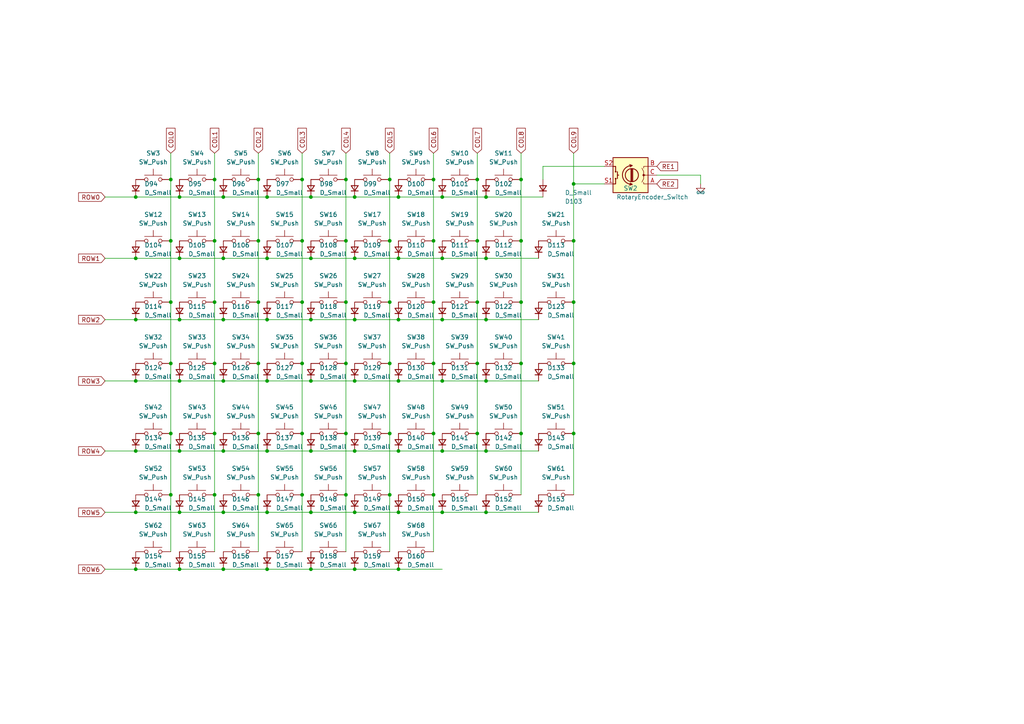
<source format=kicad_sch>
(kicad_sch (version 20211123) (generator eeschema)
  (paper "A4")
  (lib_symbols
    (symbol "Device:D_Small" (pin_numbers hide) (pin_names (offset 0.254) hide)
      (property "Reference" "D" (at -1.27 2.032 0))
      (property "Value" "D_Small" (at -3.81 -2.032 0))
      (symbol "D_Small_0_1"
        (polyline (pts (xy -0.762 -1.016) (xy -0.762 1.016)) (stroke (width 0.254)))
        (polyline (pts (xy -0.762 0) (xy 0.762 0)))
        (polyline (pts (xy 0.762 -1.016) (xy -0.762 0) (xy 0.762 1.016) (xy 0.762 -1.016)) (stroke (width 0.254)))
      )
      (symbol "D_Small_1_1"
        (pin passive line (at -2.54 0 0) (length 1.778) (name "K") (number "1"))
        (pin passive line (at 2.54 0 180) (length 1.778) (name "A") (number "2"))
      )
    )
    (symbol "Device:RotaryEncoder_Switch" (pin_names (offset 0.254) hide)
      (property "Reference" "SW" (at 0 6.604 0))
      (property "Value" "RotaryEncoder_Switch" (at 0 -6.604 0))
      (symbol "RotaryEncoder_Switch_0_1"
        (rectangle (start -5.08 5.08) (end 5.08 -5.08) (stroke (width 0.254)) (fill (type background)))
        (circle (center -3.81 0) (radius 0.254) (fill (type outline)))
        (arc (start -0.381 -2.794) (mid 2.3622 -0.0508) (end -0.381 2.667) (stroke (width 0.254)))
        (circle (center -0.381 0) (radius 1.905) (stroke (width 0.254)))
        (polyline (pts (xy -0.635 -1.778) (xy -0.635 1.778)) (stroke (width 0.254)))
        (polyline (pts (xy -0.381 -1.778) (xy -0.381 1.778)) (stroke (width 0.254)))
        (polyline (pts (xy -0.127 1.778) (xy -0.127 -1.778)) (stroke (width 0.254)))
        (polyline (pts (xy 3.81 0) (xy 3.429 0)) (stroke (width 0.254)))
        (polyline (pts (xy 3.81 1.016) (xy 3.81 -1.016)) (stroke (width 0.254)))
        (polyline (pts (xy -5.08 -2.54) (xy -3.81 -2.54) (xy -3.81 -2.032)))
        (polyline (pts (xy -5.08 2.54) (xy -3.81 2.54) (xy -3.81 2.032)))
        (polyline (pts (xy 0.254 -3.048) (xy -0.508 -2.794) (xy 0.127 -2.413)) (stroke (width 0.254)))
        (polyline (pts (xy 0.254 2.921) (xy -0.508 2.667) (xy 0.127 2.286)) (stroke (width 0.254)))
        (polyline (pts (xy 5.08 -2.54) (xy 4.318 -2.54) (xy 4.318 -1.016)) (stroke (width 0.254)))
        (polyline (pts (xy 5.08 2.54) (xy 4.318 2.54) (xy 4.318 1.016)) (stroke (width 0.254)))
        (polyline (pts (xy -5.08 0) (xy -3.81 0) (xy -3.81 -1.016) (xy -3.302 -2.032)))
        (polyline (pts (xy -4.318 0) (xy -3.81 0) (xy -3.81 1.016) (xy -3.302 2.032)))
        (circle (center 4.318 -1.016) (radius 0.127) (stroke (width 0.254)))
        (circle (center 4.318 1.016) (radius 0.127) (stroke (width 0.254)))
      )
      (symbol "RotaryEncoder_Switch_1_1"
        (pin passive line (at -7.62 2.54 0) (length 2.54) (name "A") (number "A"))
        (pin passive line (at -7.62 -2.54 0) (length 2.54) (name "B") (number "B"))
        (pin passive line (at -7.62 0 0) (length 2.54) (name "C") (number "C"))
        (pin passive line (at 7.62 2.54 180) (length 2.54) (name "S1") (number "S1"))
        (pin passive line (at 7.62 -2.54 180) (length 2.54) (name "S2") (number "S2"))
      )
    )
    (symbol "Switch:SW_Push" (pin_numbers hide) (pin_names (offset 1.016) hide)
      (property "Reference" "SW" (at 1.27 2.54 0))
      (property "Value" "SW_Push" (at 0 -1.524 0))
      (symbol "SW_Push_0_1"
        (circle (center -2.032 0) (radius 0.508))
        (polyline (pts (xy 0 1.27) (xy 0 3.048)))
        (polyline (pts (xy 2.54 1.27) (xy -2.54 1.27)))
        (circle (center 2.032 0) (radius 0.508))
        (pin passive line (at -5.08 0 0) (length 2.54) (name "1") (number "1"))
        (pin passive line (at 5.08 0 180) (length 2.54) (name "2") (number "2"))
      )
    )
    (symbol "power:GND" (power) (pin_names (offset 0))
      (property "Value" "GND" (at 0 -3.81 0))
      (symbol "GND_0_1"
        (polyline (pts (xy 0 0) (xy 0 -1.27) (xy 1.27 -1.27) (xy 0 -2.54) (xy -1.27 -1.27) (xy 0 -1.27)))
      )
      (symbol "GND_1_1"
        (pin power_in line (at 0 0 270) (length 0) hide (name "GND") (number "1"))
      )
    )
  )
  (junction (at 52.07 148.59))
  (junction (at 74.93 87.63))
  (junction (at 62.23 125.73))
  (junction (at 87.63 52.07))
  (junction (at 87.63 69.85))
  (junction (at 90.17 110.49))
  (junction (at 140.97 74.93))
  (junction (at 90.17 148.59))
  (junction (at 151.13 69.85))
  (junction (at 100.33 52.07))
  (junction (at 64.77 57.15))
  (junction (at 52.07 110.49))
  (junction (at 100.33 69.85))
  (junction (at 151.13 87.63))
  (junction (at 49.53 52.07))
  (junction (at 90.17 57.15))
  (junction (at 166.37 105.41))
  (junction (at 90.17 92.71))
  (junction (at 74.93 69.85))
  (junction (at 90.17 74.93))
  (junction (at 102.87 110.49))
  (junction (at 138.43 125.73))
  (junction (at 100.33 87.63))
  (junction (at 151.13 125.73))
  (junction (at 138.43 69.85))
  (junction (at 87.63 105.41))
  (junction (at 49.53 125.73))
  (junction (at 125.73 125.73))
  (junction (at 138.43 52.07))
  (junction (at 62.23 52.07))
  (junction (at 77.47 165.1))
  (junction (at 166.37 87.63))
  (junction (at 64.77 74.93))
  (junction (at 102.87 92.71))
  (junction (at 52.07 165.1))
  (junction (at 100.33 125.73))
  (junction (at 100.33 143.51))
  (junction (at 90.17 130.81))
  (junction (at 39.37 92.71))
  (junction (at 77.47 148.59))
  (junction (at 77.47 130.81))
  (junction (at 113.03 143.51))
  (junction (at 102.87 74.93))
  (junction (at 39.37 130.81))
  (junction (at 102.87 57.15))
  (junction (at 49.53 143.51))
  (junction (at 64.77 110.49))
  (junction (at 128.27 92.71))
  (junction (at 128.27 57.15))
  (junction (at 115.57 165.1))
  (junction (at 125.73 69.85))
  (junction (at 87.63 143.51))
  (junction (at 125.73 105.41))
  (junction (at 140.97 130.81))
  (junction (at 74.93 125.73))
  (junction (at 52.07 92.71))
  (junction (at 140.97 148.59))
  (junction (at 62.23 143.51))
  (junction (at 77.47 92.71))
  (junction (at 166.37 125.73))
  (junction (at 39.37 110.49))
  (junction (at 128.27 74.93))
  (junction (at 166.37 69.85))
  (junction (at 115.57 110.49))
  (junction (at 138.43 105.41))
  (junction (at 151.13 105.41))
  (junction (at 113.03 87.63))
  (junction (at 128.27 148.59))
  (junction (at 77.47 110.49))
  (junction (at 166.37 53.34))
  (junction (at 74.93 105.41))
  (junction (at 102.87 165.1))
  (junction (at 140.97 110.49))
  (junction (at 62.23 105.41))
  (junction (at 115.57 57.15))
  (junction (at 151.13 52.07))
  (junction (at 140.97 92.71))
  (junction (at 39.37 148.59))
  (junction (at 64.77 148.59))
  (junction (at 125.73 143.51))
  (junction (at 113.03 105.41))
  (junction (at 87.63 87.63))
  (junction (at 125.73 52.07))
  (junction (at 125.73 87.63))
  (junction (at 115.57 148.59))
  (junction (at 113.03 125.73))
  (junction (at 62.23 69.85))
  (junction (at 74.93 52.07))
  (junction (at 64.77 130.81))
  (junction (at 49.53 87.63))
  (junction (at 62.23 87.63))
  (junction (at 52.07 57.15))
  (junction (at 64.77 165.1))
  (junction (at 115.57 74.93))
  (junction (at 102.87 130.81))
  (junction (at 74.93 143.51))
  (junction (at 49.53 69.85))
  (junction (at 77.47 74.93))
  (junction (at 52.07 130.81))
  (junction (at 138.43 87.63))
  (junction (at 113.03 52.07))
  (junction (at 128.27 130.81))
  (junction (at 52.07 74.93))
  (junction (at 102.87 148.59))
  (junction (at 39.37 165.1))
  (junction (at 77.47 57.15))
  (junction (at 128.27 110.49))
  (junction (at 39.37 74.93))
  (junction (at 87.63 125.73))
  (junction (at 64.77 92.71))
  (junction (at 113.03 69.85))
  (junction (at 90.17 165.1))
  (junction (at 49.53 105.41))
  (junction (at 140.97 57.15))
  (junction (at 115.57 130.81))
  (junction (at 115.57 92.71))
  (junction (at 100.33 105.41))
  (junction (at 39.37 57.15))
  (wire (pts (xy 49.53 143.51) (xy 49.53 160.02)))
  (wire (pts (xy 151.13 87.63) (xy 151.13 105.41)))
  (wire (pts (xy 74.93 105.41) (xy 74.93 125.73)))
  (wire (pts (xy 77.47 92.71) (xy 90.17 92.71)))
  (wire (pts (xy 100.33 87.63) (xy 100.33 105.41)))
  (wire (pts (xy 102.87 148.59) (xy 115.57 148.59)))
  (wire (pts (xy 49.53 69.85) (xy 49.53 87.63)))
  (wire (pts (xy 151.13 69.85) (xy 151.13 87.63)))
  (wire (pts (xy 77.47 110.49) (xy 90.17 110.49)))
  (wire (pts (xy 102.87 57.15) (xy 115.57 57.15)))
  (wire (pts (xy 87.63 52.07) (xy 87.63 69.85)))
  (wire (pts (xy 166.37 125.73) (xy 166.37 143.51)))
  (wire (pts (xy 138.43 69.85) (xy 138.43 87.63)))
  (wire (pts (xy 77.47 165.1) (xy 90.17 165.1)))
  (wire (pts (xy 30.48 130.81) (xy 39.37 130.81)))
  (wire (pts (xy 52.07 57.15) (xy 64.77 57.15)))
  (wire (pts (xy 138.43 44.45) (xy 138.43 52.07)))
  (wire (pts (xy 113.03 52.07) (xy 113.03 69.85)))
  (wire (pts (xy 128.27 130.81) (xy 140.97 130.81)))
  (wire (pts (xy 87.63 87.63) (xy 87.63 105.41)))
  (wire (pts (xy 90.17 92.71) (xy 102.87 92.71)))
  (wire (pts (xy 115.57 148.59) (xy 128.27 148.59)))
  (wire (pts (xy 125.73 125.73) (xy 125.73 143.51)))
  (wire (pts (xy 151.13 44.45) (xy 151.13 52.07)))
  (wire (pts (xy 30.48 92.71) (xy 39.37 92.71)))
  (wire (pts (xy 52.07 92.71) (xy 64.77 92.71)))
  (wire (pts (xy 203.2 50.8) (xy 203.2 53.34)))
  (wire (pts (xy 138.43 52.07) (xy 138.43 69.85)))
  (wire (pts (xy 151.13 52.07) (xy 151.13 69.85)))
  (wire (pts (xy 140.97 148.59) (xy 156.21 148.59)))
  (wire (pts (xy 74.93 87.63) (xy 74.93 105.41)))
  (wire (pts (xy 100.33 125.73) (xy 100.33 143.51)))
  (wire (pts (xy 77.47 74.93) (xy 90.17 74.93)))
  (wire (pts (xy 74.93 69.85) (xy 74.93 87.63)))
  (wire (pts (xy 39.37 92.71) (xy 52.07 92.71)))
  (wire (pts (xy 128.27 57.15) (xy 140.97 57.15)))
  (wire (pts (xy 140.97 74.93) (xy 156.21 74.93)))
  (wire (pts (xy 125.73 105.41) (xy 125.73 125.73)))
  (wire (pts (xy 115.57 165.1) (xy 128.27 165.1)))
  (wire (pts (xy 115.57 74.93) (xy 128.27 74.93)))
  (wire (pts (xy 52.07 110.49) (xy 64.77 110.49)))
  (wire (pts (xy 74.93 52.07) (xy 74.93 69.85)))
  (wire (pts (xy 90.17 148.59) (xy 102.87 148.59)))
  (wire (pts (xy 166.37 105.41) (xy 166.37 125.73)))
  (wire (pts (xy 113.03 44.45) (xy 113.03 52.07)))
  (wire (pts (xy 64.77 92.71) (xy 77.47 92.71)))
  (wire (pts (xy 64.77 74.93) (xy 77.47 74.93)))
  (wire (pts (xy 87.63 69.85) (xy 87.63 87.63)))
  (wire (pts (xy 39.37 110.49) (xy 52.07 110.49)))
  (wire (pts (xy 166.37 44.45) (xy 166.37 53.34)))
  (wire (pts (xy 100.33 143.51) (xy 100.33 160.02)))
  (wire (pts (xy 30.48 74.93) (xy 39.37 74.93)))
  (wire (pts (xy 140.97 92.71) (xy 156.21 92.71)))
  (wire (pts (xy 125.73 69.85) (xy 125.73 87.63)))
  (wire (pts (xy 102.87 92.71) (xy 115.57 92.71)))
  (wire (pts (xy 30.48 165.1) (xy 39.37 165.1)))
  (wire (pts (xy 30.48 110.49) (xy 39.37 110.49)))
  (wire (pts (xy 166.37 69.85) (xy 166.37 87.63)))
  (wire (pts (xy 113.03 143.51) (xy 113.03 160.02)))
  (wire (pts (xy 128.27 110.49) (xy 140.97 110.49)))
  (wire (pts (xy 113.03 125.73) (xy 113.03 143.51)))
  (wire (pts (xy 175.26 48.26) (xy 157.48 48.26)))
  (wire (pts (xy 52.07 74.93) (xy 64.77 74.93)))
  (wire (pts (xy 64.77 110.49) (xy 77.47 110.49)))
  (wire (pts (xy 115.57 110.49) (xy 128.27 110.49)))
  (wire (pts (xy 64.77 148.59) (xy 77.47 148.59)))
  (wire (pts (xy 113.03 105.41) (xy 113.03 125.73)))
  (wire (pts (xy 87.63 44.45) (xy 87.63 52.07)))
  (wire (pts (xy 49.53 125.73) (xy 49.53 143.51)))
  (wire (pts (xy 62.23 87.63) (xy 62.23 105.41)))
  (wire (pts (xy 140.97 57.15) (xy 157.48 57.15)))
  (wire (pts (xy 62.23 44.45) (xy 62.23 52.07)))
  (wire (pts (xy 115.57 130.81) (xy 128.27 130.81)))
  (wire (pts (xy 100.33 69.85) (xy 100.33 87.63)))
  (wire (pts (xy 190.5 50.8) (xy 203.2 50.8)))
  (wire (pts (xy 166.37 53.34) (xy 175.26 53.34)))
  (wire (pts (xy 100.33 105.41) (xy 100.33 125.73)))
  (wire (pts (xy 39.37 165.1) (xy 52.07 165.1)))
  (wire (pts (xy 102.87 110.49) (xy 115.57 110.49)))
  (wire (pts (xy 49.53 44.45) (xy 49.53 52.07)))
  (wire (pts (xy 128.27 92.71) (xy 140.97 92.71)))
  (wire (pts (xy 125.73 44.45) (xy 125.73 52.07)))
  (wire (pts (xy 64.77 165.1) (xy 77.47 165.1)))
  (wire (pts (xy 90.17 110.49) (xy 102.87 110.49)))
  (wire (pts (xy 52.07 165.1) (xy 64.77 165.1)))
  (wire (pts (xy 102.87 130.81) (xy 115.57 130.81)))
  (wire (pts (xy 140.97 110.49) (xy 156.21 110.49)))
  (wire (pts (xy 74.93 44.45) (xy 74.93 52.07)))
  (wire (pts (xy 49.53 52.07) (xy 49.53 69.85)))
  (wire (pts (xy 151.13 105.41) (xy 151.13 125.73)))
  (wire (pts (xy 74.93 125.73) (xy 74.93 143.51)))
  (wire (pts (xy 157.48 48.26) (xy 157.48 52.07)))
  (wire (pts (xy 90.17 130.81) (xy 102.87 130.81)))
  (wire (pts (xy 39.37 148.59) (xy 52.07 148.59)))
  (wire (pts (xy 62.23 143.51) (xy 62.23 160.02)))
  (wire (pts (xy 74.93 143.51) (xy 74.93 160.02)))
  (wire (pts (xy 77.47 148.59) (xy 90.17 148.59)))
  (wire (pts (xy 128.27 74.93) (xy 140.97 74.93)))
  (wire (pts (xy 62.23 105.41) (xy 62.23 125.73)))
  (wire (pts (xy 39.37 74.93) (xy 52.07 74.93)))
  (wire (pts (xy 115.57 92.71) (xy 128.27 92.71)))
  (wire (pts (xy 49.53 87.63) (xy 49.53 105.41)))
  (wire (pts (xy 138.43 105.41) (xy 138.43 125.73)))
  (wire (pts (xy 77.47 130.81) (xy 90.17 130.81)))
  (wire (pts (xy 62.23 69.85) (xy 62.23 87.63)))
  (wire (pts (xy 125.73 143.51) (xy 125.73 160.02)))
  (wire (pts (xy 113.03 69.85) (xy 113.03 87.63)))
  (wire (pts (xy 166.37 53.34) (xy 166.37 69.85)))
  (wire (pts (xy 100.33 44.45) (xy 100.33 52.07)))
  (wire (pts (xy 90.17 165.1) (xy 102.87 165.1)))
  (wire (pts (xy 102.87 74.93) (xy 115.57 74.93)))
  (wire (pts (xy 49.53 105.41) (xy 49.53 125.73)))
  (wire (pts (xy 113.03 87.63) (xy 113.03 105.41)))
  (wire (pts (xy 90.17 74.93) (xy 102.87 74.93)))
  (wire (pts (xy 39.37 130.81) (xy 52.07 130.81)))
  (wire (pts (xy 138.43 125.73) (xy 138.43 143.51)))
  (wire (pts (xy 100.33 52.07) (xy 100.33 69.85)))
  (wire (pts (xy 87.63 125.73) (xy 87.63 143.51)))
  (wire (pts (xy 30.48 148.59) (xy 39.37 148.59)))
  (wire (pts (xy 115.57 57.15) (xy 128.27 57.15)))
  (wire (pts (xy 62.23 125.73) (xy 62.23 143.51)))
  (wire (pts (xy 87.63 143.51) (xy 87.63 160.02)))
  (wire (pts (xy 128.27 148.59) (xy 140.97 148.59)))
  (wire (pts (xy 138.43 87.63) (xy 138.43 105.41)))
  (wire (pts (xy 125.73 52.07) (xy 125.73 69.85)))
  (wire (pts (xy 102.87 165.1) (xy 115.57 165.1)))
  (wire (pts (xy 52.07 130.81) (xy 64.77 130.81)))
  (wire (pts (xy 77.47 57.15) (xy 90.17 57.15)))
  (wire (pts (xy 39.37 57.15) (xy 52.07 57.15)))
  (wire (pts (xy 64.77 130.81) (xy 77.47 130.81)))
  (wire (pts (xy 30.48 57.15) (xy 39.37 57.15)))
  (wire (pts (xy 87.63 105.41) (xy 87.63 125.73)))
  (wire (pts (xy 125.73 87.63) (xy 125.73 105.41)))
  (wire (pts (xy 140.97 130.81) (xy 156.21 130.81)))
  (wire (pts (xy 62.23 52.07) (xy 62.23 69.85)))
  (wire (pts (xy 151.13 125.73) (xy 151.13 143.51)))
  (wire (pts (xy 52.07 148.59) (xy 64.77 148.59)))
  (wire (pts (xy 64.77 57.15) (xy 77.47 57.15)))
  (wire (pts (xy 90.17 57.15) (xy 102.87 57.15)))
  (wire (pts (xy 166.37 87.63) (xy 166.37 105.41)))
  (global_label "COL2" (shape input) (at 74.93 44.45 90) (property "Intersheet References" "${INTERSHEET_REFS}" (effects hide)))
  (global_label "ROW3" (shape input) (at 30.48 110.49 180) (property "Intersheet References" "${INTERSHEET_REFS}" (effects hide)))
  (global_label "COL7" (shape input) (at 138.43 44.45 90) (property "Intersheet References" "${INTERSHEET_REFS}" (effects hide)))
  (global_label "COL5" (shape input) (at 113.03 44.45 90) (property "Intersheet References" "${INTERSHEET_REFS}" (effects hide)))
  (global_label "ROW0" (shape input) (at 30.48 57.15 180) (property "Intersheet References" "${INTERSHEET_REFS}" (effects hide)))
  (global_label "COL3" (shape input) (at 87.63 44.45 90) (property "Intersheet References" "${INTERSHEET_REFS}" (effects hide)))
  (global_label "COL8" (shape input) (at 151.13 44.45 90) (property "Intersheet References" "${INTERSHEET_REFS}" (effects hide)))
  (global_label "COL0" (shape input) (at 49.53 44.45 90) (property "Intersheet References" "${INTERSHEET_REFS}" (effects hide)))
  (global_label "COL4" (shape input) (at 100.33 44.45 90) (property "Intersheet References" "${INTERSHEET_REFS}" (effects hide)))
  (global_label "ROW5" (shape input) (at 30.48 148.59 180) (property "Intersheet References" "${INTERSHEET_REFS}" (effects hide)))
  (global_label "ROW4" (shape input) (at 30.48 130.81 180) (property "Intersheet References" "${INTERSHEET_REFS}" (effects hide)))
  (global_label "COL1" (shape input) (at 62.23 44.45 90) (property "Intersheet References" "${INTERSHEET_REFS}" (effects hide)))
  (global_label "RE2" (shape input) (at 190.5 53.34 0) (property "Intersheet References" "${INTERSHEET_REFS}" (effects hide)))
  (global_label "COL9" (shape input) (at 166.37 44.45 90) (property "Intersheet References" "${INTERSHEET_REFS}" (effects hide)))
  (global_label "ROW2" (shape input) (at 30.48 92.71 180) (property "Intersheet References" "${INTERSHEET_REFS}" (effects hide)))
  (global_label "ROW6" (shape input) (at 30.48 165.1 180) (property "Intersheet References" "${INTERSHEET_REFS}" (effects hide)))
  (global_label "RE1" (shape input) (at 190.5 48.26 0) (property "Intersheet References" "${INTERSHEET_REFS}" (effects hide)))
  (global_label "COL6" (shape input) (at 125.73 44.45 90) (property "Intersheet References" "${INTERSHEET_REFS}" (effects hide)))
  (global_label "ROW1" (shape input) (at 30.48 74.93 180) (property "Intersheet References" "${INTERSHEET_REFS}" (effects hide)))
  (symbol (lib_id "Switch:SW_Push") (at 69.85 160.02 0) (unit 1)
    (property "Reference" "SW64" (at 69.85 152.4 0))
    (property "Value" "SW_Push" (at 69.85 154.94 0))
    (property "Footprint" "acheron_MXH:MX125H" (effects hide))
  )
  (symbol (lib_id "Device:D_Small") (at 128.27 107.95 90) (unit 1)
    (property "Reference" "D131" (at 130.81 106.68 90) (effects (justify right)))
    (property "Value" "D_Small" (at 130.81 109.22 90) (effects (justify right)))
    (property "Footprint" "Diode_SMD:D_SOD-123" (effects hide))
  )
  (symbol (lib_id "Switch:SW_Push") (at 146.05 52.07 0) (unit 1)
    (property "Reference" "SW11" (at 146.05 44.45 0))
    (property "Value" "SW_Push" (at 146.05 46.99 0))
    (property "Footprint" "acheron_MXH:MX100H" (effects hide))
  )
  (symbol (lib_id "Switch:SW_Push") (at 120.65 143.51 0) (unit 1)
    (property "Reference" "SW58" (at 120.65 135.89 0))
    (property "Value" "SW_Push" (at 120.65 138.43 0))
    (property "Footprint" "acheron_MXH:MX100H" (effects hide))
  )
  (symbol (lib_id "Device:D_Small") (at 52.07 146.05 90) (unit 1)
    (property "Reference" "D145" (at 54.61 144.78 90) (effects (justify right)))
    (property "Value" "D_Small" (at 54.61 147.32 90) (effects (justify right)))
    (property "Footprint" "Diode_SMD:D_SOD-123" (effects hide))
  )
  (symbol (lib_id "Switch:SW_Push") (at 44.45 69.85 0) (unit 1)
    (property "Reference" "SW12" (at 44.45 62.23 0))
    (property "Value" "SW_Push" (at 44.45 64.77 0))
    (property "Footprint" "acheron_MXH:MX100H" (effects hide))
  )
  (symbol (lib_id "Device:D_Small") (at 128.27 90.17 90) (unit 1)
    (property "Reference" "D121" (at 130.81 88.9 90) (effects (justify right)))
    (property "Value" "D_Small" (at 130.81 91.44 90) (effects (justify right)))
    (property "Footprint" "Diode_SMD:D_SOD-123" (effects hide))
  )
  (symbol (lib_id "Switch:SW_Push") (at 44.45 143.51 0) (unit 1)
    (property "Reference" "SW52" (at 44.45 135.89 0))
    (property "Value" "SW_Push" (at 44.45 138.43 0))
    (property "Footprint" "acheron_MXH:MX100H" (effects hide))
  )
  (symbol (lib_id "Device:D_Small") (at 128.27 54.61 90) (unit 1)
    (property "Reference" "D101" (at 130.81 53.34 90) (effects (justify right)))
    (property "Value" "D_Small" (at 130.81 55.88 90) (effects (justify right)))
    (property "Footprint" "Diode_SMD:D_SOD-123" (effects hide))
  )
  (symbol (lib_id "Switch:SW_Push") (at 146.05 125.73 0) (unit 1)
    (property "Reference" "SW50" (at 146.05 118.11 0))
    (property "Value" "SW_Push" (at 146.05 120.65 0))
    (property "Footprint" "acheron_MXH:MX100H" (effects hide))
  )
  (symbol (lib_id "Switch:SW_Push") (at 57.15 87.63 0) (unit 1)
    (property "Reference" "SW23" (at 57.15 80.01 0))
    (property "Value" "SW_Push" (at 57.15 82.55 0))
    (property "Footprint" "acheron_MXH:MX100H" (effects hide))
  )
  (symbol (lib_id "Device:D_Small") (at 64.77 72.39 90) (unit 1)
    (property "Reference" "D106" (at 67.31 71.1199 90) (effects (justify right)))
    (property "Value" "D_Small" (at 67.31 73.6599 90) (effects (justify right)))
    (property "Footprint" "Diode_SMD:D_SOD-123" (effects hide))
  )
  (symbol (lib_id "Device:D_Small") (at 64.77 146.05 90) (unit 1)
    (property "Reference" "D146" (at 67.31 144.7799 90) (effects (justify right)))
    (property "Value" "D_Small" (at 67.31 147.3199 90) (effects (justify right)))
    (property "Footprint" "Diode_SMD:D_SOD-123" (effects hide))
  )
  (symbol (lib_id "Switch:SW_Push") (at 161.29 143.51 0) (unit 1)
    (property "Reference" "SW61" (at 161.29 135.89 0))
    (property "Value" "SW_Push" (at 161.29 138.43 0))
    (property "Footprint" "acheron_MXH:MX125H" (effects hide))
  )
  (symbol (lib_id "Device:D_Small") (at 77.47 90.17 90) (unit 1)
    (property "Reference" "D117" (at 80.01 88.9 90) (effects (justify right)))
    (property "Value" "D_Small" (at 80.01 91.44 90) (effects (justify right)))
    (property "Footprint" "Diode_SMD:D_SOD-123" (effects hide))
  )
  (symbol (lib_id "Switch:SW_Push") (at 69.85 143.51 0) (unit 1)
    (property "Reference" "SW54" (at 69.85 135.89 0))
    (property "Value" "SW_Push" (at 69.85 138.43 0))
    (property "Footprint" "acheron_MXH:MX100H" (effects hide))
  )
  (symbol (lib_id "Device:D_Small") (at 140.97 107.95 90) (unit 1)
    (property "Reference" "D132" (at 143.51 106.6799 90) (effects (justify right)))
    (property "Value" "D_Small" (at 143.51 109.2199 90) (effects (justify right)))
    (property "Footprint" "Diode_SMD:D_SOD-123" (effects hide))
  )
  (symbol (lib_id "Device:D_Small") (at 90.17 107.95 90) (unit 1)
    (property "Reference" "D128" (at 92.71 106.6799 90) (effects (justify right)))
    (property "Value" "D_Small" (at 92.71 109.2199 90) (effects (justify right)))
    (property "Footprint" "Diode_SMD:D_SOD-123" (effects hide))
  )
  (symbol (lib_id "Switch:SW_Push") (at 120.65 125.73 0) (unit 1)
    (property "Reference" "SW48" (at 120.65 118.11 0))
    (property "Value" "SW_Push" (at 120.65 120.65 0))
    (property "Footprint" "acheron_MXH:MX100H" (effects hide))
  )
  (symbol (lib_id "Switch:SW_Push") (at 57.15 105.41 0) (unit 1)
    (property "Reference" "SW33" (at 57.15 97.79 0))
    (property "Value" "SW_Push" (at 57.15 100.33 0))
    (property "Footprint" "acheron_MXH:MX100H" (effects hide))
  )
  (symbol (lib_id "Device:D_Small") (at 64.77 54.61 90) (unit 1)
    (property "Reference" "D96" (at 67.31 53.3399 90) (effects (justify right)))
    (property "Value" "D_Small" (at 67.31 55.8799 90) (effects (justify right)))
    (property "Footprint" "Diode_SMD:D_SOD-123" (effects hide))
  )
  (symbol (lib_id "Device:D_Small") (at 140.97 90.17 90) (unit 1)
    (property "Reference" "D122" (at 143.51 88.8999 90) (effects (justify right)))
    (property "Value" "D_Small" (at 143.51 91.4399 90) (effects (justify right)))
    (property "Footprint" "Diode_SMD:D_SOD-123" (effects hide))
  )
  (symbol (lib_id "Switch:SW_Push") (at 107.95 160.02 0) (unit 1)
    (property "Reference" "SW67" (at 107.95 152.4 0))
    (property "Value" "SW_Push" (at 107.95 154.94 0))
    (property "Footprint" "acheron_MXH:MX100H" (effects hide))
  )
  (symbol (lib_id "Device:D_Small") (at 90.17 146.05 90) (unit 1)
    (property "Reference" "D148" (at 92.71 144.7799 90) (effects (justify right)))
    (property "Value" "D_Small" (at 92.71 147.3199 90) (effects (justify right)))
    (property "Footprint" "Diode_SMD:D_SOD-123" (effects hide))
  )
  (symbol (lib_id "Device:D_Small") (at 102.87 107.95 90) (unit 1)
    (property "Reference" "D129" (at 105.41 106.68 90) (effects (justify right)))
    (property "Value" "D_Small" (at 105.41 109.22 90) (effects (justify right)))
    (property "Footprint" "Diode_SMD:D_SOD-123" (effects hide))
  )
  (symbol (lib_id "Device:D_Small") (at 102.87 54.61 90) (unit 1)
    (property "Reference" "D99" (at 105.41 53.34 90) (effects (justify right)))
    (property "Value" "D_Small" (at 105.41 55.88 90) (effects (justify right)))
    (property "Footprint" "Diode_SMD:D_SOD-123" (effects hide))
  )
  (symbol (lib_id "Device:D_Small") (at 140.97 128.27 90) (unit 1)
    (property "Reference" "D142" (at 143.51 126.9999 90) (effects (justify right)))
    (property "Value" "D_Small" (at 143.51 129.5399 90) (effects (justify right)))
    (property "Footprint" "Diode_SMD:D_SOD-123" (effects hide))
  )
  (symbol (lib_id "Switch:SW_Push") (at 44.45 87.63 0) (unit 1)
    (property "Reference" "SW22" (at 44.45 80.01 0))
    (property "Value" "SW_Push" (at 44.45 82.55 0))
    (property "Footprint" "acheron_MXH:MX100H" (effects hide))
  )
  (symbol (lib_id "Switch:SW_Push") (at 82.55 125.73 0) (unit 1)
    (property "Reference" "SW45" (at 82.55 118.11 0))
    (property "Value" "SW_Push" (at 82.55 120.65 0))
    (property "Footprint" "acheron_MXH:MX100H" (effects hide))
  )
  (symbol (lib_id "Switch:SW_Push") (at 120.65 105.41 0) (unit 1)
    (property "Reference" "SW38" (at 120.65 97.79 0))
    (property "Value" "SW_Push" (at 120.65 100.33 0))
    (property "Footprint" "acheron_MXH:MX100H" (effects hide))
  )
  (symbol (lib_id "Switch:SW_Push") (at 107.95 125.73 0) (unit 1)
    (property "Reference" "SW47" (at 107.95 118.11 0))
    (property "Value" "SW_Push" (at 107.95 120.65 0))
    (property "Footprint" "acheron_MXH:MX100H" (effects hide))
  )
  (symbol (lib_id "Switch:SW_Push") (at 161.29 69.85 0) (unit 1)
    (property "Reference" "SW21" (at 161.29 62.23 0))
    (property "Value" "SW_Push" (at 161.29 64.77 0))
    (property "Footprint" "acheron_MXH:MX100H" (effects hide))
  )
  (symbol (lib_id "Device:D_Small") (at 39.37 146.05 90) (unit 1)
    (property "Reference" "D144" (at 41.91 144.7799 90) (effects (justify right)))
    (property "Value" "D_Small" (at 41.91 147.3199 90) (effects (justify right)))
    (property "Footprint" "Diode_SMD:D_SOD-123" (effects hide))
  )
  (symbol (lib_id "Switch:SW_Push") (at 82.55 52.07 0) (unit 1)
    (property "Reference" "SW6" (at 82.55 44.45 0))
    (property "Value" "SW_Push" (at 82.55 46.99 0))
    (property "Footprint" "acheron_MXH:MX100H" (effects hide))
  )
  (symbol (lib_id "Device:D_Small") (at 140.97 72.39 90) (unit 1)
    (property "Reference" "D112" (at 143.51 71.1199 90) (effects (justify right)))
    (property "Value" "D_Small" (at 143.51 73.6599 90) (effects (justify right)))
    (property "Footprint" "Diode_SMD:D_SOD-123" (effects hide))
  )
  (symbol (lib_id "Device:D_Small") (at 156.21 128.27 90) (unit 1)
    (property "Reference" "D143" (at 158.75 127 90) (effects (justify right)))
    (property "Value" "D_Small" (at 158.75 129.54 90) (effects (justify right)))
    (property "Footprint" "Diode_SMD:D_SOD-123" (effects hide))
  )
  (symbol (lib_id "Switch:SW_Push") (at 69.85 125.73 0) (unit 1)
    (property "Reference" "SW44" (at 69.85 118.11 0))
    (property "Value" "SW_Push" (at 69.85 120.65 0))
    (property "Footprint" "acheron_MXH:MX225HR" (effects hide))
  )
  (symbol (lib_id "Switch:SW_Push") (at 133.35 52.07 0) (unit 1)
    (property "Reference" "SW10" (at 133.35 44.45 0))
    (property "Value" "SW_Push" (at 133.35 46.99 0))
    (property "Footprint" "acheron_MXH:MX100H" (effects hide))
  )
  (symbol (lib_id "Switch:SW_Push") (at 161.29 125.73 0) (unit 1)
    (property "Reference" "SW51" (at 161.29 118.11 0))
    (property "Value" "SW_Push" (at 161.29 120.65 0))
    (property "Footprint" "acheron_MXH:MX100H" (effects hide))
  )
  (symbol (lib_id "Switch:SW_Push") (at 95.25 87.63 0) (unit 1)
    (property "Reference" "SW26" (at 95.25 80.01 0))
    (property "Value" "SW_Push" (at 95.25 82.55 0))
    (property "Footprint" "acheron_MXH:MX100H" (effects hide))
  )
  (symbol (lib_id "Device:D_Small") (at 157.48 54.61 90) (unit 1)
    (property "Reference" "D103" (at 163.83 58.4201 90) (effects (justify right)))
    (property "Value" "D_Small" (at 163.83 55.8801 90) (effects (justify right)))
    (property "Footprint" "Diode_SMD:D_SOD-123" (effects hide))
  )
  (symbol (lib_id "Switch:SW_Push") (at 69.85 69.85 0) (unit 1)
    (property "Reference" "SW14" (at 69.85 62.23 0))
    (property "Value" "SW_Push" (at 69.85 64.77 0))
    (property "Footprint" "acheron_MXH:MX100H" (effects hide))
  )
  (symbol (lib_id "Switch:SW_Push") (at 95.25 105.41 0) (unit 1)
    (property "Reference" "SW36" (at 95.25 97.79 0))
    (property "Value" "SW_Push" (at 95.25 100.33 0))
    (property "Footprint" "acheron_MXH:MX100H" (effects hide))
  )
  (symbol (lib_id "Switch:SW_Push") (at 57.15 160.02 0) (unit 1)
    (property "Reference" "SW63" (at 57.15 152.4 0))
    (property "Value" "SW_Push" (at 57.15 154.94 0))
    (property "Footprint" "acheron_MXH:MX625HR" (effects hide))
  )
  (symbol (lib_id "Device:D_Small") (at 52.07 128.27 90) (unit 1)
    (property "Reference" "D135" (at 54.61 127 90) (effects (justify right)))
    (property "Value" "D_Small" (at 54.61 129.54 90) (effects (justify right)))
    (property "Footprint" "Diode_SMD:D_SOD-123" (effects hide))
  )
  (symbol (lib_id "Switch:SW_Push") (at 107.95 87.63 0) (unit 1)
    (property "Reference" "SW27" (at 107.95 80.01 0))
    (property "Value" "SW_Push" (at 107.95 82.55 0))
    (property "Footprint" "acheron_MXH:MX100H" (effects hide))
  )
  (symbol (lib_id "power:GND") (at 203.2 53.34 0) (unit 1)
    (property "Reference" "#PWR0205" (effects hide))
    (property "Value" "GND" (at 203.2 55.88 0) (effects (font (size 0.762 0.762))))
  )
  (symbol (lib_id "Switch:SW_Push") (at 120.65 87.63 0) (unit 1)
    (property "Reference" "SW28" (at 120.65 80.01 0))
    (property "Value" "SW_Push" (at 120.65 82.55 0))
    (property "Footprint" "acheron_MXH:MX100H" (effects hide))
  )
  (symbol (lib_id "Device:D_Small") (at 52.07 90.17 90) (unit 1)
    (property "Reference" "D115" (at 54.61 88.9 90) (effects (justify right)))
    (property "Value" "D_Small" (at 54.61 91.44 90) (effects (justify right)))
    (property "Footprint" "Diode_SMD:D_SOD-123" (effects hide))
  )
  (symbol (lib_id "Device:D_Small") (at 102.87 72.39 90) (unit 1)
    (property "Reference" "D109" (at 105.41 71.12 90) (effects (justify right)))
    (property "Value" "D_Small" (at 105.41 73.66 90) (effects (justify right)))
    (property "Footprint" "Diode_SMD:D_SOD-123" (effects hide))
  )
  (symbol (lib_id "Switch:SW_Push") (at 57.15 69.85 0) (unit 1)
    (property "Reference" "SW13" (at 57.15 62.23 0))
    (property "Value" "SW_Push" (at 57.15 64.77 0))
    (property "Footprint" "acheron_MXH:MX100H" (effects hide))
  )
  (symbol (lib_id "Switch:SW_Push") (at 44.45 52.07 0) (unit 1)
    (property "Reference" "SW3" (at 44.45 44.45 0))
    (property "Value" "SW_Push" (at 44.45 46.99 0))
    (property "Footprint" "acheron_MXH:MX100H" (effects hide))
  )
  (symbol (lib_id "Switch:SW_Push") (at 107.95 105.41 0) (unit 1)
    (property "Reference" "SW37" (at 107.95 97.79 0))
    (property "Value" "SW_Push" (at 107.95 100.33 0))
    (property "Footprint" "acheron_MXH:MX100H" (effects hide))
  )
  (symbol (lib_id "Device:D_Small") (at 77.47 162.56 90) (unit 1)
    (property "Reference" "D157" (at 80.01 161.29 90) (effects (justify right)))
    (property "Value" "D_Small" (at 80.01 163.83 90) (effects (justify right)))
    (property "Footprint" "Diode_SMD:D_SOD-123" (effects hide))
  )
  (symbol (lib_id "Device:D_Small") (at 102.87 146.05 90) (unit 1)
    (property "Reference" "D149" (at 105.41 144.78 90) (effects (justify right)))
    (property "Value" "D_Small" (at 105.41 147.32 90) (effects (justify right)))
    (property "Footprint" "Diode_SMD:D_SOD-123" (effects hide))
  )
  (symbol (lib_id "Device:D_Small") (at 102.87 90.17 90) (unit 1)
    (property "Reference" "D119" (at 105.41 88.9 90) (effects (justify right)))
    (property "Value" "D_Small" (at 105.41 91.44 90) (effects (justify right)))
    (property "Footprint" "Diode_SMD:D_SOD-123" (effects hide))
  )
  (symbol (lib_id "Device:D_Small") (at 115.57 107.95 90) (unit 1)
    (property "Reference" "D130" (at 118.11 106.6799 90) (effects (justify right)))
    (property "Value" "D_Small" (at 118.11 109.2199 90) (effects (justify right)))
    (property "Footprint" "Diode_SMD:D_SOD-123" (effects hide))
  )
  (symbol (lib_id "Switch:SW_Push") (at 44.45 105.41 0) (unit 1)
    (property "Reference" "SW32" (at 44.45 97.79 0))
    (property "Value" "SW_Push" (at 44.45 100.33 0))
    (property "Footprint" "acheron_MXH:MX175H" (effects hide))
  )
  (symbol (lib_id "Device:D_Small") (at 156.21 146.05 90) (unit 1)
    (property "Reference" "D153" (at 158.75 144.78 90) (effects (justify right)))
    (property "Value" "D_Small" (at 158.75 147.32 90) (effects (justify right)))
    (property "Footprint" "Diode_SMD:D_SOD-123" (effects hide))
  )
  (symbol (lib_id "Switch:SW_Push") (at 133.35 125.73 0) (unit 1)
    (property "Reference" "SW49" (at 133.35 118.11 0))
    (property "Value" "SW_Push" (at 133.35 120.65 0))
    (property "Footprint" "acheron_MXH:MX100H" (effects hide))
  )
  (symbol (lib_id "Device:D_Small") (at 90.17 54.61 90) (unit 1)
    (property "Reference" "D98" (at 92.71 53.3399 90) (effects (justify right)))
    (property "Value" "D_Small" (at 92.71 55.8799 90) (effects (justify right)))
    (property "Footprint" "Diode_SMD:D_SOD-123" (effects hide))
  )
  (symbol (lib_id "Switch:SW_Push") (at 82.55 105.41 0) (unit 1)
    (property "Reference" "SW35" (at 82.55 97.79 0))
    (property "Value" "SW_Push" (at 82.55 100.33 0))
    (property "Footprint" "acheron_MXH:MX100H" (effects hide))
  )
  (symbol (lib_id "Device:D_Small") (at 64.77 162.56 90) (unit 1)
    (property "Reference" "D156" (at 67.31 161.2899 90) (effects (justify right)))
    (property "Value" "D_Small" (at 67.31 163.8299 90) (effects (justify right)))
    (property "Footprint" "Diode_SMD:D_SOD-123" (effects hide))
  )
  (symbol (lib_id "Switch:SW_Push") (at 133.35 69.85 0) (unit 1)
    (property "Reference" "SW19" (at 133.35 62.23 0))
    (property "Value" "SW_Push" (at 133.35 64.77 0))
    (property "Footprint" "acheron_MXH:MX100H" (effects hide))
  )
  (symbol (lib_id "Device:D_Small") (at 77.47 146.05 90) (unit 1)
    (property "Reference" "D147" (at 80.01 144.78 90) (effects (justify right)))
    (property "Value" "D_Small" (at 80.01 147.32 90) (effects (justify right)))
    (property "Footprint" "Diode_SMD:D_SOD-123" (effects hide))
  )
  (symbol (lib_id "Device:D_Small") (at 64.77 128.27 90) (unit 1)
    (property "Reference" "D136" (at 67.31 126.9999 90) (effects (justify right)))
    (property "Value" "D_Small" (at 67.31 129.5399 90) (effects (justify right)))
    (property "Footprint" "Diode_SMD:D_SOD-123" (effects hide))
  )
  (symbol (lib_id "Device:D_Small") (at 52.07 162.56 90) (unit 1)
    (property "Reference" "D155" (at 54.61 161.29 90) (effects (justify right)))
    (property "Value" "D_Small" (at 54.61 163.83 90) (effects (justify right)))
    (property "Footprint" "Diode_SMD:D_SOD-123" (effects hide))
  )
  (symbol (lib_id "Switch:SW_Push") (at 161.29 105.41 0) (unit 1)
    (property "Reference" "SW41" (at 161.29 97.79 0))
    (property "Value" "SW_Push" (at 161.29 100.33 0))
    (property "Footprint" "acheron_MXH:MX100H" (effects hide))
  )
  (symbol (lib_id "Switch:SW_Push") (at 120.65 160.02 0) (unit 1)
    (property "Reference" "SW68" (at 120.65 152.4 0))
    (property "Value" "SW_Push" (at 120.65 154.94 0))
    (property "Footprint" "acheron_MXH:MX100H" (effects hide))
  )
  (symbol (lib_id "Switch:SW_Push") (at 107.95 52.07 0) (unit 1)
    (property "Reference" "SW8" (at 107.95 44.45 0))
    (property "Value" "SW_Push" (at 107.95 46.99 0))
    (property "Footprint" "acheron_MXH:MX100H" (effects hide))
  )
  (symbol (lib_id "Device:D_Small") (at 39.37 162.56 90) (unit 1)
    (property "Reference" "D154" (at 41.91 161.2899 90) (effects (justify right)))
    (property "Value" "D_Small" (at 41.91 163.8299 90) (effects (justify right)))
    (property "Footprint" "Diode_SMD:D_SOD-123" (effects hide))
  )
  (symbol (lib_id "Switch:SW_Push") (at 133.35 105.41 0) (unit 1)
    (property "Reference" "SW39" (at 133.35 97.79 0))
    (property "Value" "SW_Push" (at 133.35 100.33 0))
    (property "Footprint" "acheron_MXH:MX100H" (effects hide))
  )
  (symbol (lib_id "Device:D_Small") (at 128.27 146.05 90) (unit 1)
    (property "Reference" "D151" (at 130.81 144.78 90) (effects (justify right)))
    (property "Value" "D_Small" (at 130.81 147.32 90) (effects (justify right)))
    (property "Footprint" "Diode_SMD:D_SOD-123" (effects hide))
  )
  (symbol (lib_id "Switch:SW_Push") (at 44.45 160.02 0) (unit 1)
    (property "Reference" "SW62" (at 44.45 152.4 0))
    (property "Value" "SW_Push" (at 44.45 154.94 0))
    (property "Footprint" "acheron_MXH:MX125H" (effects hide))
  )
  (symbol (lib_id "Device:D_Small") (at 102.87 162.56 90) (unit 1)
    (property "Reference" "D159" (at 105.41 161.29 90) (effects (justify right)))
    (property "Value" "D_Small" (at 105.41 163.83 90) (effects (justify right)))
    (property "Footprint" "Diode_SMD:D_SOD-123" (effects hide))
  )
  (symbol (lib_id "Switch:SW_Push") (at 57.15 125.73 0) (unit 1)
    (property "Reference" "SW43" (at 57.15 118.11 0))
    (property "Value" "SW_Push" (at 57.15 120.65 0))
    (property "Footprint" "acheron_MXH:MX100H" (effects hide))
  )
  (symbol (lib_id "Switch:SW_Push") (at 120.65 69.85 0) (unit 1)
    (property "Reference" "SW18" (at 120.65 62.23 0))
    (property "Value" "SW_Push" (at 120.65 64.77 0))
    (property "Footprint" "acheron_MXH:MX100H" (effects hide))
  )
  (symbol (lib_id "Switch:SW_Push") (at 44.45 125.73 0) (unit 1)
    (property "Reference" "SW42" (at 44.45 118.11 0))
    (property "Value" "SW_Push" (at 44.45 120.65 0))
    (property "Footprint" "acheron_MXH:MX100H" (effects hide))
  )
  (symbol (lib_id "Device:D_Small") (at 128.27 128.27 90) (unit 1)
    (property "Reference" "D141" (at 130.81 127 90) (effects (justify right)))
    (property "Value" "D_Small" (at 130.81 129.54 90) (effects (justify right)))
    (property "Footprint" "Diode_SMD:D_SOD-123" (effects hide))
  )
  (symbol (lib_id "Device:D_Small") (at 77.47 128.27 90) (unit 1)
    (property "Reference" "D137" (at 80.01 127 90) (effects (justify right)))
    (property "Value" "D_Small" (at 80.01 129.54 90) (effects (justify right)))
    (property "Footprint" "Diode_SMD:D_SOD-123" (effects hide))
  )
  (symbol (lib_id "Device:D_Small") (at 156.21 107.95 90) (unit 1)
    (property "Reference" "D133" (at 158.75 106.68 90) (effects (justify right)))
    (property "Value" "D_Small" (at 158.75 109.22 90) (effects (justify right)))
    (property "Footprint" "Diode_SMD:D_SOD-123" (effects hide))
  )
  (symbol (lib_id "Switch:SW_Push") (at 69.85 52.07 0) (unit 1)
    (property "Reference" "SW5" (at 69.85 44.45 0))
    (property "Value" "SW_Push" (at 69.85 46.99 0))
    (property "Footprint" "acheron_MXH:MX100H" (effects hide))
  )
  (symbol (lib_id "Device:D_Small") (at 102.87 128.27 90) (unit 1)
    (property "Reference" "D139" (at 105.41 127 90) (effects (justify right)))
    (property "Value" "D_Small" (at 105.41 129.54 90) (effects (justify right)))
    (property "Footprint" "Diode_SMD:D_SOD-123" (effects hide))
  )
  (symbol (lib_id "Device:D_Small") (at 156.21 90.17 90) (unit 1)
    (property "Reference" "D123" (at 158.75 88.9 90) (effects (justify right)))
    (property "Value" "D_Small" (at 158.75 91.44 90) (effects (justify right)))
    (property "Footprint" "Diode_SMD:D_SOD-123" (effects hide))
  )
  (symbol (lib_id "Device:D_Small") (at 39.37 72.39 90) (unit 1)
    (property "Reference" "D104" (at 41.91 71.1199 90) (effects (justify right)))
    (property "Value" "D_Small" (at 41.91 73.6599 90) (effects (justify right)))
    (property "Footprint" "Diode_SMD:D_SOD-123" (effects hide))
  )
  (symbol (lib_id "Device:D_Small") (at 39.37 90.17 90) (unit 1)
    (property "Reference" "D114" (at 41.91 88.8999 90) (effects (justify right)))
    (property "Value" "D_Small" (at 41.91 91.4399 90) (effects (justify right)))
    (property "Footprint" "Diode_SMD:D_SOD-123" (effects hide))
  )
  (symbol (lib_id "Switch:SW_Push") (at 57.15 52.07 0) (unit 1)
    (property "Reference" "SW4" (at 57.15 44.45 0))
    (property "Value" "SW_Push" (at 57.15 46.99 0))
    (property "Footprint" "acheron_MXH:MX100H" (effects hide))
  )
  (symbol (lib_id "Switch:SW_Push") (at 95.25 160.02 0) (unit 1)
    (property "Reference" "SW66" (at 95.25 152.4 0))
    (property "Value" "SW_Push" (at 95.25 154.94 0))
    (property "Footprint" "acheron_MXH:MX100H" (effects hide))
  )
  (symbol (lib_id "Switch:SW_Push") (at 146.05 143.51 0) (unit 1)
    (property "Reference" "SW60" (at 146.05 135.89 0))
    (property "Value" "SW_Push" (at 146.05 138.43 0))
    (property "Footprint" "acheron_MXH:MX125H" (effects hide))
  )
  (symbol (lib_id "Device:D_Small") (at 39.37 54.61 90) (unit 1)
    (property "Reference" "D94" (at 41.91 53.3399 90) (effects (justify right)))
    (property "Value" "D_Small" (at 41.91 55.8799 90) (effects (justify right)))
    (property "Footprint" "Diode_SMD:D_SOD-123" (effects hide))
  )
  (symbol (lib_id "Switch:SW_Push") (at 82.55 69.85 0) (unit 1)
    (property "Reference" "SW15" (at 82.55 62.23 0))
    (property "Value" "SW_Push" (at 82.55 64.77 0))
    (property "Footprint" "acheron_MXH:MX100H" (effects hide))
  )
  (symbol (lib_id "Switch:SW_Push") (at 82.55 87.63 0) (unit 1)
    (property "Reference" "SW25" (at 82.55 80.01 0))
    (property "Value" "SW_Push" (at 82.55 82.55 0))
    (property "Footprint" "acheron_MXH:MX100H" (effects hide))
  )
  (symbol (lib_id "Device:D_Small") (at 90.17 90.17 90) (unit 1)
    (property "Reference" "D118" (at 92.71 88.8999 90) (effects (justify right)))
    (property "Value" "D_Small" (at 92.71 91.4399 90) (effects (justify right)))
    (property "Footprint" "Diode_SMD:D_SOD-123" (effects hide))
  )
  (symbol (lib_id "Device:D_Small") (at 140.97 54.61 90) (unit 1)
    (property "Reference" "D102" (at 143.51 53.3399 90) (effects (justify right)))
    (property "Value" "D_Small" (at 143.51 55.8799 90) (effects (justify right)))
    (property "Footprint" "Diode_SMD:D_SOD-123" (effects hide))
  )
  (symbol (lib_id "Switch:SW_Push") (at 107.95 69.85 0) (unit 1)
    (property "Reference" "SW17" (at 107.95 62.23 0))
    (property "Value" "SW_Push" (at 107.95 64.77 0))
    (property "Footprint" "acheron_MXH:MX150H" (effects hide))
  )
  (symbol (lib_id "Switch:SW_Push") (at 69.85 105.41 0) (unit 1)
    (property "Reference" "SW34" (at 69.85 97.79 0))
    (property "Value" "SW_Push" (at 69.85 100.33 0))
    (property "Footprint" "acheron_MXH:MX100H" (effects hide))
  )
  (symbol (lib_id "Device:D_Small") (at 90.17 72.39 90) (unit 1)
    (property "Reference" "D108" (at 92.71 71.1199 90) (effects (justify right)))
    (property "Value" "D_Small" (at 92.71 73.6599 90) (effects (justify right)))
    (property "Footprint" "Diode_SMD:D_SOD-123" (effects hide))
  )
  (symbol (lib_id "Switch:SW_Push") (at 120.65 52.07 0) (unit 1)
    (property "Reference" "SW9" (at 120.65 44.45 0))
    (property "Value" "SW_Push" (at 120.65 46.99 0))
    (property "Footprint" "acheron_MXH:MX100H" (effects hide))
  )
  (symbol (lib_id "Switch:SW_Push") (at 95.25 69.85 0) (unit 1)
    (property "Reference" "SW16" (at 95.25 62.23 0))
    (property "Value" "SW_Push" (at 95.25 64.77 0))
    (property "Footprint" "acheron_MXH:MX200H" (effects hide))
  )
  (symbol (lib_id "Switch:SW_Push") (at 133.35 87.63 0) (unit 1)
    (property "Reference" "SW29" (at 133.35 80.01 0))
    (property "Value" "SW_Push" (at 133.35 82.55 0))
    (property "Footprint" "acheron_MXH:MX100H" (effects hide))
  )
  (symbol (lib_id "Device:D_Small") (at 115.57 162.56 90) (unit 1)
    (property "Reference" "D160" (at 118.11 161.2899 90) (effects (justify right)))
    (property "Value" "D_Small" (at 118.11 163.8299 90) (effects (justify right)))
    (property "Footprint" "Diode_SMD:D_SOD-123" (effects hide))
  )
  (symbol (lib_id "Device:D_Small") (at 52.07 54.61 90) (unit 1)
    (property "Reference" "D95" (at 54.61 53.34 90) (effects (justify right)))
    (property "Value" "D_Small" (at 54.61 55.88 90) (effects (justify right)))
    (property "Footprint" "Diode_SMD:D_SOD-123" (effects hide))
  )
  (symbol (lib_id "Switch:SW_Push") (at 146.05 87.63 0) (unit 1)
    (property "Reference" "SW30" (at 146.05 80.01 0))
    (property "Value" "SW_Push" (at 146.05 82.55 0))
    (property "Footprint" "acheron_MXH:MX150H" (effects hide))
  )
  (symbol (lib_id "Device:D_Small") (at 140.97 146.05 90) (unit 1)
    (property "Reference" "D152" (at 143.51 144.7799 90) (effects (justify right)))
    (property "Value" "D_Small" (at 143.51 147.3199 90) (effects (justify right)))
    (property "Footprint" "Diode_SMD:D_SOD-123" (effects hide))
  )
  (symbol (lib_id "Switch:SW_Push") (at 146.05 105.41 0) (unit 1)
    (property "Reference" "SW40" (at 146.05 97.79 0))
    (property "Value" "SW_Push" (at 146.05 100.33 0))
    (property "Footprint" "acheron_MXH:MX100H" (effects hide))
  )
  (symbol (lib_id "Device:D_Small") (at 90.17 128.27 90) (unit 1)
    (property "Reference" "D138" (at 92.71 126.9999 90) (effects (justify right)))
    (property "Value" "D_Small" (at 92.71 129.5399 90) (effects (justify right)))
    (property "Footprint" "Diode_SMD:D_SOD-123" (effects hide))
  )
  (symbol (lib_id "Device:D_Small") (at 77.47 72.39 90) (unit 1)
    (property "Reference" "D107" (at 80.01 71.12 90) (effects (justify right)))
    (property "Value" "D_Small" (at 80.01 73.66 90) (effects (justify right)))
    (property "Footprint" "Diode_SMD:D_SOD-123" (effects hide))
  )
  (symbol (lib_id "Switch:SW_Push") (at 82.55 160.02 0) (unit 1)
    (property "Reference" "SW65" (at 82.55 152.4 0))
    (property "Value" "SW_Push" (at 82.55 154.94 0))
    (property "Footprint" "acheron_MXH:MX125H" (effects hide))
  )
  (symbol (lib_id "Device:D_Small") (at 115.57 128.27 90) (unit 1)
    (property "Reference" "D140" (at 118.11 126.9999 90) (effects (justify right)))
    (property "Value" "D_Small" (at 118.11 129.5399 90) (effects (justify right)))
    (property "Footprint" "Diode_SMD:D_SOD-123" (effects hide))
  )
  (symbol (lib_id "Device:D_Small") (at 115.57 54.61 90) (unit 1)
    (property "Reference" "D100" (at 118.11 53.3399 90) (effects (justify right)))
    (property "Value" "D_Small" (at 118.11 55.8799 90) (effects (justify right)))
    (property "Footprint" "Diode_SMD:D_SOD-123" (effects hide))
  )
  (symbol (lib_id "Switch:SW_Push") (at 95.25 52.07 0) (unit 1)
    (property "Reference" "SW7" (at 95.25 44.45 0))
    (property "Value" "SW_Push" (at 95.25 46.99 0))
    (property "Footprint" "acheron_MXH:MX100H" (effects hide))
  )
  (symbol (lib_id "Device:RotaryEncoder_Switch") (at 182.88 50.8 180) (unit 1)
    (property "Reference" "SW2" (at 182.88 54.61 0))
    (property "Value" "RotaryEncoder_Switch" (at 189.23 57.15 0))
    (property "Footprint" "Rotary_Encoder:RotaryEncoder_Alps_EC11E-Switch_Vertical_H20mm_CircularMountingHoles" (effects hide))
  )
  (symbol (lib_id "Switch:SW_Push") (at 133.35 143.51 0) (unit 1)
    (property "Reference" "SW59" (at 133.35 135.89 0))
    (property "Value" "SW_Push" (at 133.35 138.43 0))
    (property "Footprint" "acheron_MXH:MX100H" (effects hide))
  )
  (symbol (lib_id "Device:D_Small") (at 39.37 128.27 90) (unit 1)
    (property "Reference" "D134" (at 41.91 126.9999 90) (effects (justify right)))
    (property "Value" "D_Small" (at 41.91 129.5399 90) (effects (justify right)))
    (property "Footprint" "Diode_SMD:D_SOD-123" (effects hide))
  )
  (symbol (lib_id "Switch:SW_Push") (at 82.55 143.51 0) (unit 1)
    (property "Reference" "SW55" (at 82.55 135.89 0))
    (property "Value" "SW_Push" (at 82.55 138.43 0))
    (property "Footprint" "acheron_MXH:MX100H" (effects hide))
  )
  (symbol (lib_id "Device:D_Small") (at 115.57 72.39 90) (unit 1)
    (property "Reference" "D110" (at 118.11 71.1199 90) (effects (justify right)))
    (property "Value" "D_Small" (at 118.11 73.6599 90) (effects (justify right)))
    (property "Footprint" "Diode_SMD:D_SOD-123" (effects hide))
  )
  (symbol (lib_id "Switch:SW_Push") (at 146.05 69.85 0) (unit 1)
    (property "Reference" "SW20" (at 146.05 62.23 0))
    (property "Value" "SW_Push" (at 146.05 64.77 0))
    (property "Footprint" "acheron_MXH:MX100H" (effects hide))
  )
  (symbol (lib_id "Switch:SW_Push") (at 161.29 87.63 0) (unit 1)
    (property "Reference" "SW31" (at 161.29 80.01 0))
    (property "Value" "SW_Push" (at 161.29 82.55 0))
    (property "Footprint" "acheron_MXH:MX100H" (effects hide))
  )
  (symbol (lib_id "Switch:SW_Push") (at 95.25 125.73 0) (unit 1)
    (property "Reference" "SW46" (at 95.25 118.11 0))
    (property "Value" "SW_Push" (at 95.25 120.65 0))
    (property "Footprint" "acheron_MXH:MX225HR" (effects hide))
  )
  (symbol (lib_id "Switch:SW_Push") (at 107.95 143.51 0) (unit 1)
    (property "Reference" "SW57" (at 107.95 135.89 0))
    (property "Value" "SW_Push" (at 107.95 138.43 0))
    (property "Footprint" "acheron_MXH:MX175H" (effects hide))
  )
  (symbol (lib_id "Switch:SW_Push") (at 57.15 143.51 0) (unit 1)
    (property "Reference" "SW53" (at 57.15 135.89 0))
    (property "Value" "SW_Push" (at 57.15 138.43 0))
    (property "Footprint" "acheron_MXH:MX100H" (effects hide))
  )
  (symbol (lib_id "Device:D_Small") (at 77.47 54.61 90) (unit 1)
    (property "Reference" "D97" (at 80.01 53.34 90) (effects (justify right)))
    (property "Value" "D_Small" (at 80.01 55.88 90) (effects (justify right)))
    (property "Footprint" "Diode_SMD:D_SOD-123" (effects hide))
  )
  (symbol (lib_id "Device:D_Small") (at 90.17 162.56 90) (unit 1)
    (property "Reference" "D158" (at 92.71 161.2899 90) (effects (justify right)))
    (property "Value" "D_Small" (at 92.71 163.8299 90) (effects (justify right)))
    (property "Footprint" "Diode_SMD:D_SOD-123" (effects hide))
  )
  (symbol (lib_id "Device:D_Small") (at 77.47 107.95 90) (unit 1)
    (property "Reference" "D127" (at 80.01 106.68 90) (effects (justify right)))
    (property "Value" "D_Small" (at 80.01 109.22 90) (effects (justify right)))
    (property "Footprint" "Diode_SMD:D_SOD-123" (effects hide))
  )
  (symbol (lib_id "Device:D_Small") (at 156.21 72.39 90) (unit 1)
    (property "Reference" "D113" (at 158.75 71.12 90) (effects (justify right)))
    (property "Value" "D_Small" (at 158.75 73.66 90) (effects (justify right)))
    (property "Footprint" "Diode_SMD:D_SOD-123" (effects hide))
  )
  (symbol (lib_id "Switch:SW_Push") (at 69.85 87.63 0) (unit 1)
    (property "Reference" "SW24" (at 69.85 80.01 0))
    (property "Value" "SW_Push" (at 69.85 82.55 0))
    (property "Footprint" "acheron_MXH:MX100H" (effects hide))
  )
  (symbol (lib_id "Switch:SW_Push") (at 95.25 143.51 0) (unit 1)
    (property "Reference" "SW56" (at 95.25 135.89 0))
    (property "Value" "SW_Push" (at 95.25 138.43 0))
    (property "Footprint" "acheron_MXH:MX100H" (effects hide))
  )
  (symbol (lib_id "Device:D_Small") (at 39.37 107.95 90) (unit 1)
    (property "Reference" "D124" (at 41.91 106.6799 90) (effects (justify right)))
    (property "Value" "D_Small" (at 41.91 109.2199 90) (effects (justify right)))
    (property "Footprint" "Diode_SMD:D_SOD-123" (effects hide))
  )
  (symbol (lib_id "Device:D_Small") (at 128.27 72.39 90) (unit 1)
    (property "Reference" "D111" (at 130.81 71.12 90) (effects (justify right)))
    (property "Value" "D_Small" (at 130.81 73.66 90) (effects (justify right)))
    (property "Footprint" "Diode_SMD:D_SOD-123" (effects hide))
  )
  (symbol (lib_id "Device:D_Small") (at 115.57 146.05 90) (unit 1)
    (property "Reference" "D150" (at 118.11 144.7799 90) (effects (justify right)))
    (property "Value" "D_Small" (at 118.11 147.3199 90) (effects (justify right)))
    (property "Footprint" "Diode_SMD:D_SOD-123" (effects hide))
  )
  (symbol (lib_id "Device:D_Small") (at 64.77 90.17 90) (unit 1)
    (property "Reference" "D116" (at 67.31 88.8999 90) (effects (justify right)))
    (property "Value" "D_Small" (at 67.31 91.4399 90) (effects (justify right)))
    (property "Footprint" "Diode_SMD:D_SOD-123" (effects hide))
  )
  (symbol (lib_id "Device:D_Small") (at 52.07 107.95 90) (unit 1)
    (property "Reference" "D125" (at 54.61 106.68 90) (effects (justify right)))
    (property "Value" "D_Small" (at 54.61 109.22 90) (effects (justify right)))
    (property "Footprint" "Diode_SMD:D_SOD-123" (effects hide))
  )
  (symbol (lib_id "Device:D_Small") (at 52.07 72.39 90) (unit 1)
    (property "Reference" "D105" (at 54.61 71.12 90) (effects (justify right)))
    (property "Value" "D_Small" (at 54.61 73.66 90) (effects (justify right)))
    (property "Footprint" "Diode_SMD:D_SOD-123" (effects hide))
  )
  (symbol (lib_id "Device:D_Small") (at 64.77 107.95 90) (unit 1)
    (property "Reference" "D126" (at 67.31 106.6799 90) (effects (justify right)))
    (property "Value" "D_Small" (at 67.31 109.2199 90) (effects (justify right)))
    (property "Footprint" "Diode_SMD:D_SOD-123" (effects hide))
  )
  (symbol (lib_id "Device:D_Small") (at 115.57 90.17 90) (unit 1)
    (property "Reference" "D120" (at 118.11 88.8999 90) (effects (justify right)))
    (property "Value" "D_Small" (at 118.11 91.4399 90) (effects (justify right)))
    (property "Footprint" "Diode_SMD:D_SOD-123" (effects hide))
  )
)
</source>
